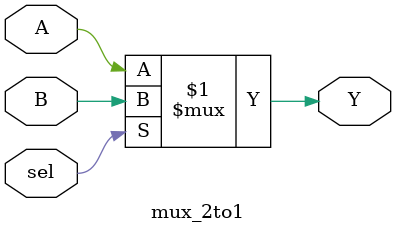
<source format=v>
module mux_2to1(
    input A,
    input B,
    input sel,
    output Y
);

assign Y = sel ? B : A;

endmodule
</source>
